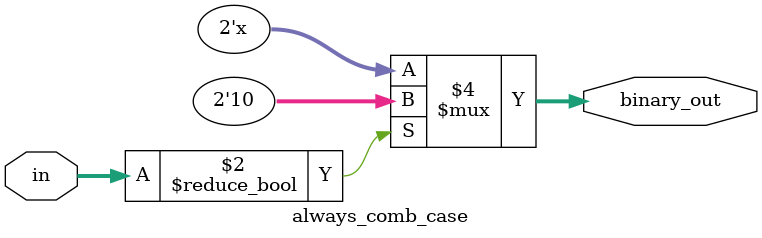
<source format=sv>
module always_comb_case(
    in,
    binary_out //  4 bit binary Output
    );
    output bit [1:0] binary_out  ;
    input bit [1:0] in;
          
     always_comb begin
        if (in) begin
            binary_out = 2'd2;
        end
     end

    
    endmodule
</source>
